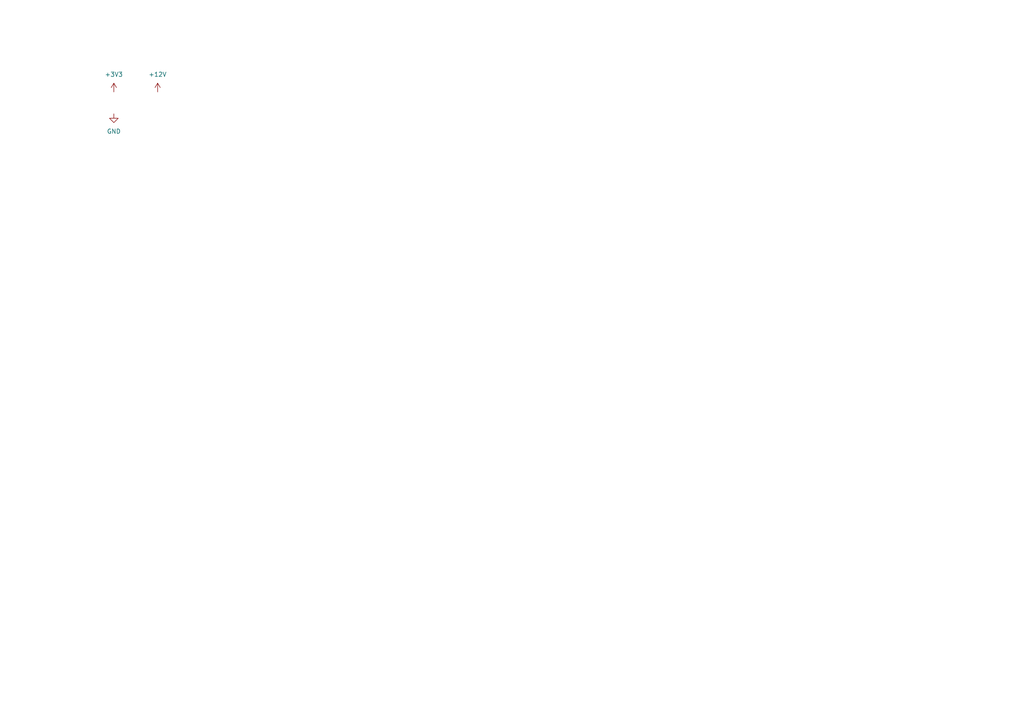
<source format=kicad_sch>
(kicad_sch (version 20211123) (generator eeschema)
  (paper "A4")
  (lib_symbols
    (symbol "power:+12V" (power) (pin_names (offset 0))
      (property "Value" "+12V" (at 0 3.556 0))
      (symbol "+12V_0_1"
        (polyline (pts (xy -0.762 1.27) (xy 0 2.54)))
        (polyline (pts (xy 0 0) (xy 0 2.54)))
        (polyline (pts (xy 0 2.54) (xy 0.762 1.27)))
      )
      (symbol "+12V_1_1"
        (pin power_in line (at 0 0 90) (length 0) hide (name "+12V") (number "1"))
      )
    )
    (symbol "power:+3.3V" (power) (pin_names (offset 0))
      (property "Value" "+3.3V" (at 0 3.556 0))
      (symbol "+3.3V_0_1"
        (polyline (pts (xy -0.762 1.27) (xy 0 2.54)))
        (polyline (pts (xy 0 0) (xy 0 2.54)))
        (polyline (pts (xy 0 2.54) (xy 0.762 1.27)))
      )
      (symbol "+3.3V_1_1"
        (pin power_in line (at 0 0 90) (length 0) hide (name "+3V3") (number "1"))
      )
    )
    (symbol "power:GND" (power) (pin_names (offset 0))
      (property "Value" "GND" (at 0 -3.81 0))
      (symbol "GND_0_1"
        (polyline (pts (xy 0 0) (xy 0 -1.27) (xy 1.27 -1.27) (xy 0 -2.54) (xy -1.27 -1.27) (xy 0 -1.27)))
      )
      (symbol "GND_1_1"
        (pin power_in line (at 0 0 270) (length 0) hide (name "GND") (number "1"))
      )
    )
  )
  (symbol (lib_id "power:GND") (at 33.02 33.02 0) (unit 1)
    (property "Reference" "#PWR0203" (effects hide))
    (property "Value" "GND" (at 33.02 38.1 0))
  )
  (symbol (lib_id "power:+12V") (at 45.72 26.67 0) (unit 1)
    (property "Reference" "#PWR0202" (effects hide))
    (property "Value" "+12V" (at 45.72 21.59 0))
  )
  (symbol (lib_id "power:+3.3V") (at 33.02 26.67 0) (unit 1)
    (property "Reference" "#PWR0201" (effects hide))
    (property "Value" "+3.3V" (at 33.02 21.59 0))
  )
)
</source>
